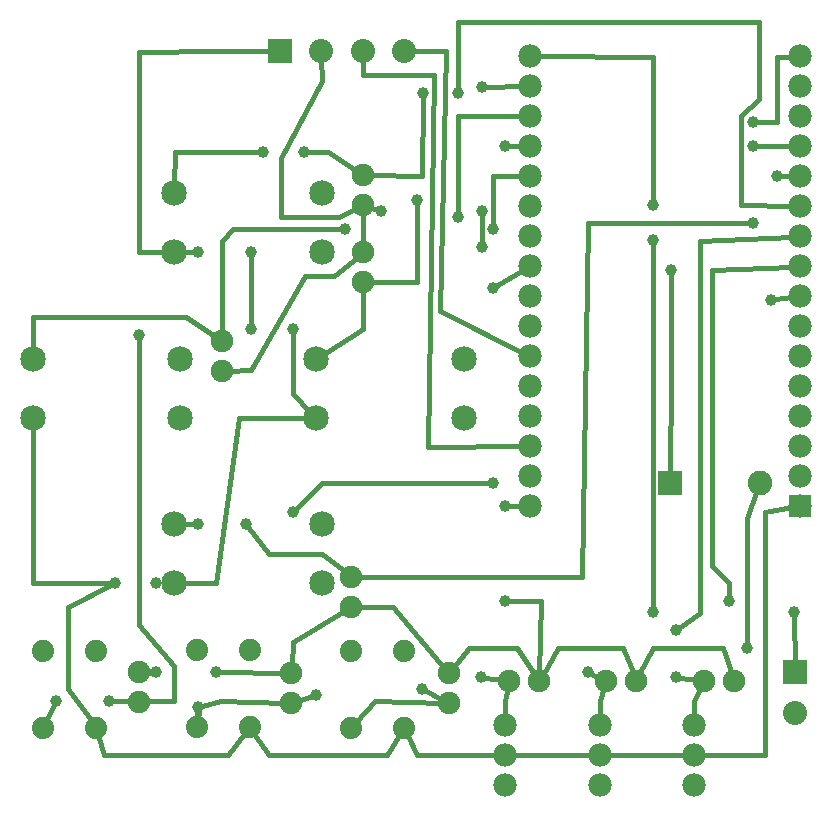
<source format=gbl>
G04 MADE WITH FRITZING*
G04 WWW.FRITZING.ORG*
G04 DOUBLE SIDED*
G04 HOLES PLATED*
G04 CONTOUR ON CENTER OF CONTOUR VECTOR*
%ASAXBY*%
%FSLAX23Y23*%
%MOIN*%
%OFA0B0*%
%SFA1.0B1.0*%
%ADD10C,0.080000*%
%ADD11C,0.078000*%
%ADD12C,0.039370*%
%ADD13C,0.082000*%
%ADD14C,0.075000*%
%ADD15C,0.085000*%
%ADD16C,0.074000*%
%ADD17R,0.080000X0.080000*%
%ADD18R,0.078000X0.078000*%
%ADD19R,0.082000X0.082000*%
%ADD20C,0.016000*%
%ADD21C,0.024000*%
%LNCOPPER0*%
G90*
G70*
G54D10*
X2632Y513D03*
X2632Y375D03*
G54D11*
X2649Y1065D03*
X1750Y1064D03*
X2649Y1165D03*
X1750Y1164D03*
X2650Y1264D03*
X1750Y1264D03*
X2650Y1364D03*
X1750Y1364D03*
X2650Y1464D03*
X1750Y1464D03*
X2650Y1564D03*
X1750Y1564D03*
X2650Y1664D03*
X1750Y1664D03*
X2650Y1764D03*
X1750Y1764D03*
X2650Y1864D03*
X1750Y1864D03*
X2650Y1964D03*
X1750Y1964D03*
X2650Y2064D03*
X1750Y2064D03*
X2650Y2164D03*
X1750Y2164D03*
X2650Y2264D03*
X1750Y2264D03*
X2650Y2364D03*
X2650Y2464D03*
X2650Y2564D03*
X1750Y2364D03*
X1750Y2464D03*
X1750Y2564D03*
X1667Y336D03*
X1667Y236D03*
X1667Y136D03*
X1982Y336D03*
X1982Y236D03*
X1982Y136D03*
X2297Y336D03*
X2297Y236D03*
X2297Y136D03*
G54D12*
X860Y2246D03*
X998Y2246D03*
X1135Y1989D03*
X1627Y1989D03*
X1510Y2029D03*
X1253Y2049D03*
X1392Y2442D03*
X1510Y2442D03*
X1372Y2087D03*
X2572Y2167D03*
X1589Y2463D03*
X1589Y2048D03*
X1589Y1930D03*
X446Y1635D03*
X367Y808D03*
X505Y808D03*
X348Y415D03*
X170Y415D03*
X821Y1911D03*
X643Y1911D03*
X821Y1656D03*
X959Y1656D03*
X643Y1005D03*
X802Y1005D03*
X643Y394D03*
X505Y513D03*
X702Y513D03*
X1667Y2265D03*
X1391Y454D03*
X2494Y2010D03*
X2494Y2265D03*
X1667Y1064D03*
X1667Y749D03*
X2238Y651D03*
X2238Y494D03*
X1588Y494D03*
X2554Y1753D03*
X2415Y749D03*
X1942Y513D03*
X2159Y711D03*
X2159Y2069D03*
X2159Y1951D03*
X2494Y2344D03*
X2219Y1851D03*
X2473Y591D03*
G54D13*
X2218Y1143D03*
X2516Y1143D03*
X2218Y1143D03*
X2516Y1143D03*
G54D12*
X2631Y711D03*
X1627Y1792D03*
X1627Y1142D03*
X959Y1046D03*
X1038Y435D03*
G54D10*
X916Y2583D03*
X1054Y2583D03*
X1192Y2583D03*
X1330Y2583D03*
G54D14*
X2105Y483D03*
X2005Y483D03*
X1195Y2068D03*
X1195Y2168D03*
X1195Y1911D03*
X1195Y1811D03*
X1155Y730D03*
X1155Y830D03*
X722Y1517D03*
X722Y1617D03*
X1480Y508D03*
X1480Y408D03*
X955Y508D03*
X955Y408D03*
X447Y513D03*
X447Y413D03*
X1780Y483D03*
X1680Y483D03*
X2430Y483D03*
X2330Y483D03*
G54D15*
X1057Y1005D03*
X1057Y809D03*
X565Y809D03*
X565Y1005D03*
X1057Y1005D03*
X1057Y809D03*
X565Y809D03*
X565Y1005D03*
X1057Y1005D03*
X1057Y809D03*
X565Y809D03*
X565Y1005D03*
X1529Y1557D03*
X1529Y1360D03*
X1037Y1360D03*
X1037Y1557D03*
X1529Y1557D03*
X1529Y1360D03*
X1037Y1360D03*
X1037Y1557D03*
X1529Y1557D03*
X1529Y1360D03*
X1037Y1360D03*
X1037Y1557D03*
X584Y1557D03*
X584Y1360D03*
X92Y1360D03*
X92Y1557D03*
X584Y1557D03*
X584Y1360D03*
X92Y1360D03*
X92Y1557D03*
X584Y1557D03*
X584Y1360D03*
X92Y1360D03*
X92Y1557D03*
X1057Y2108D03*
X1057Y1911D03*
X565Y1911D03*
X565Y2108D03*
X1057Y2108D03*
X1057Y1911D03*
X565Y1911D03*
X565Y2108D03*
X1057Y2108D03*
X1057Y1911D03*
X565Y1911D03*
X565Y2108D03*
G54D16*
X305Y327D03*
X305Y583D03*
X127Y327D03*
X127Y583D03*
X305Y327D03*
X305Y583D03*
X127Y327D03*
X127Y583D03*
X305Y327D03*
X305Y583D03*
X127Y327D03*
X127Y583D03*
X817Y328D03*
X817Y584D03*
X639Y328D03*
X639Y584D03*
X817Y328D03*
X817Y584D03*
X639Y328D03*
X639Y584D03*
X817Y328D03*
X817Y584D03*
X639Y328D03*
X639Y584D03*
X1330Y327D03*
X1330Y583D03*
X1152Y327D03*
X1152Y583D03*
X1330Y327D03*
X1330Y583D03*
X1152Y327D03*
X1152Y583D03*
X1330Y327D03*
X1330Y583D03*
X1152Y327D03*
X1152Y583D03*
G54D17*
X2632Y513D03*
G54D18*
X2649Y1065D03*
G54D19*
X2217Y1143D03*
X2217Y1143D03*
G54D17*
X916Y2583D03*
G54D20*
X448Y1912D02*
X536Y1911D01*
D02*
X448Y2580D02*
X448Y1912D01*
D02*
X711Y2583D02*
X448Y2580D01*
D02*
X891Y2583D02*
X711Y2583D01*
D02*
X1115Y2029D02*
X1174Y2058D01*
D02*
X919Y2029D02*
X1115Y2029D01*
D02*
X919Y2227D02*
X919Y2029D01*
D02*
X1057Y2481D02*
X919Y2227D01*
D02*
X1055Y2558D02*
X1057Y2481D01*
D02*
X1195Y1989D02*
X1195Y2045D01*
D02*
X1195Y1934D02*
X1195Y1989D01*
D02*
X1011Y2246D02*
X1076Y2246D01*
D02*
X1076Y2246D02*
X1175Y2181D01*
D02*
X566Y2246D02*
X847Y2246D01*
D02*
X565Y2137D02*
X566Y2246D01*
D02*
X93Y1695D02*
X92Y1586D01*
D02*
X604Y1695D02*
X93Y1695D01*
D02*
X703Y1630D02*
X604Y1695D01*
D02*
X722Y1950D02*
X722Y1640D01*
D02*
X1121Y1989D02*
X761Y1989D01*
D02*
X1628Y2166D02*
X1627Y2003D01*
D02*
X761Y1989D02*
X722Y1950D01*
D02*
X1725Y2165D02*
X1628Y2166D01*
D02*
X1450Y1714D02*
X1728Y1575D01*
D02*
X1470Y2581D02*
X1450Y1714D01*
D02*
X1355Y2583D02*
X1470Y2581D01*
D02*
X1411Y1261D02*
X1725Y1264D01*
D02*
X1431Y2501D02*
X1411Y1261D01*
D02*
X1194Y2501D02*
X1431Y2501D01*
D02*
X1193Y2558D02*
X1194Y2501D01*
D02*
X1509Y2364D02*
X1725Y2364D01*
D02*
X1510Y2042D02*
X1509Y2364D01*
D02*
X1217Y2061D02*
X1241Y2053D01*
D02*
X1391Y2167D02*
X1218Y2168D01*
D02*
X2513Y2423D02*
X2514Y2679D01*
D02*
X2454Y2364D02*
X2513Y2423D01*
D02*
X2454Y2068D02*
X2454Y2364D01*
D02*
X2514Y2679D02*
X1510Y2679D01*
D02*
X1510Y2679D02*
X1510Y2455D01*
D02*
X1392Y2429D02*
X1391Y2167D01*
D02*
X2625Y2065D02*
X2454Y2068D01*
D02*
X2586Y2166D02*
X2625Y2165D01*
D02*
X1372Y1812D02*
X1372Y2074D01*
D02*
X1254Y1812D02*
X1372Y1812D01*
D02*
X1218Y1811D02*
X1254Y1812D01*
D02*
X1194Y1655D02*
X1195Y1788D01*
D02*
X1062Y1572D02*
X1194Y1655D01*
D02*
X1096Y1832D02*
X1177Y1896D01*
D02*
X999Y1832D02*
X1096Y1832D01*
D02*
X821Y1518D02*
X999Y1832D01*
D02*
X745Y1517D02*
X821Y1518D01*
D02*
X1602Y2463D02*
X1725Y2464D01*
D02*
X446Y670D02*
X446Y1621D01*
D02*
X564Y532D02*
X446Y670D01*
D02*
X564Y415D02*
X564Y532D01*
D02*
X1589Y1944D02*
X1589Y2035D01*
D02*
X470Y414D02*
X564Y415D01*
D02*
X92Y808D02*
X354Y808D01*
D02*
X92Y1331D02*
X92Y808D01*
D02*
X210Y729D02*
X355Y802D01*
D02*
X210Y454D02*
X210Y729D01*
D02*
X290Y348D02*
X210Y454D01*
D02*
X362Y415D02*
X424Y414D01*
D02*
X138Y350D02*
X164Y403D01*
D02*
X821Y1897D02*
X821Y1669D01*
D02*
X594Y1911D02*
X630Y1911D01*
D02*
X959Y1642D02*
X959Y1438D01*
D02*
X959Y1438D02*
X1016Y1380D01*
D02*
X781Y1359D02*
X1008Y1360D01*
D02*
X702Y808D02*
X781Y1359D01*
D02*
X594Y808D02*
X702Y808D01*
D02*
X880Y907D02*
X1056Y907D01*
D02*
X1056Y907D02*
X1137Y844D01*
D02*
X810Y995D02*
X880Y907D01*
D02*
X594Y1005D02*
X630Y1005D01*
G54D21*
D02*
X642Y376D02*
X641Y359D01*
D02*
X475Y513D02*
X486Y513D01*
G54D20*
D02*
X329Y237D02*
X311Y303D01*
D02*
X742Y237D02*
X329Y237D01*
D02*
X801Y308D02*
X742Y237D01*
D02*
X880Y237D02*
X831Y307D01*
D02*
X1273Y237D02*
X880Y237D01*
D02*
X1316Y306D02*
X1273Y237D01*
D02*
X1372Y237D02*
X1341Y304D01*
D02*
X1643Y236D02*
X1372Y237D01*
D02*
X1864Y237D02*
X1692Y236D01*
D02*
X1957Y236D02*
X1864Y237D01*
D02*
X2159Y237D02*
X2007Y236D01*
D02*
X2272Y236D02*
X2159Y237D01*
D02*
X1234Y415D02*
X1169Y346D01*
D02*
X1457Y409D02*
X1234Y415D01*
D02*
X721Y415D02*
X656Y398D01*
D02*
X932Y409D02*
X721Y415D01*
D02*
X959Y611D02*
X956Y531D01*
D02*
X1136Y718D02*
X959Y611D01*
D02*
X716Y513D02*
X932Y509D01*
D02*
X1667Y415D02*
X1676Y461D01*
D02*
X1667Y361D02*
X1667Y415D01*
D02*
X1983Y415D02*
X1998Y461D01*
D02*
X1982Y361D02*
X1983Y415D01*
D02*
X2297Y415D02*
X2320Y463D01*
D02*
X2297Y361D02*
X2297Y415D01*
D02*
X2532Y1045D02*
X2625Y1061D01*
D02*
X2532Y237D02*
X2532Y1045D01*
D02*
X2322Y236D02*
X2532Y237D01*
D02*
X2159Y592D02*
X2115Y504D01*
D02*
X2395Y592D02*
X2159Y592D01*
D02*
X2423Y505D02*
X2395Y592D01*
D02*
X1845Y592D02*
X1792Y503D01*
D02*
X2061Y592D02*
X1845Y592D01*
D02*
X2096Y505D02*
X2061Y592D01*
D02*
X1548Y592D02*
X1495Y526D01*
D02*
X1707Y592D02*
X1548Y592D01*
D02*
X1767Y502D02*
X1707Y592D01*
D02*
X1294Y729D02*
X1178Y730D01*
D02*
X1465Y526D02*
X1294Y729D01*
D02*
X1681Y2265D02*
X1725Y2264D01*
D02*
X1459Y419D02*
X1403Y448D01*
D02*
X1924Y829D02*
X1943Y2010D01*
D02*
X1943Y2010D02*
X2481Y2010D01*
D02*
X2507Y2265D02*
X2573Y2265D01*
D02*
X2573Y2265D02*
X2625Y2265D01*
D02*
X1648Y829D02*
X1924Y829D01*
D02*
X1178Y830D02*
X1648Y829D01*
D02*
X1786Y749D02*
X1780Y506D01*
D02*
X1681Y749D02*
X1786Y749D01*
D02*
X1725Y1064D02*
X1680Y1064D01*
D02*
X2317Y1950D02*
X2625Y1963D01*
D02*
X2248Y659D02*
X2317Y710D01*
D02*
X2317Y710D02*
X2317Y1950D01*
D02*
X2307Y486D02*
X2251Y492D01*
D02*
X2567Y1754D02*
X2625Y1761D01*
D02*
X1657Y486D02*
X1601Y492D01*
D02*
X2357Y1851D02*
X2625Y1863D01*
D02*
X2415Y763D02*
X2415Y808D01*
D02*
X2415Y808D02*
X2357Y867D01*
D02*
X2357Y867D02*
X2357Y1851D01*
D02*
X1984Y493D02*
X1954Y507D01*
D02*
X2159Y1938D02*
X2159Y724D01*
D02*
X2631Y698D02*
X2632Y539D01*
D02*
X2159Y2561D02*
X2159Y2083D01*
D02*
X1774Y2564D02*
X2159Y2561D01*
D02*
X2573Y2344D02*
X2507Y2344D01*
D02*
X2573Y2561D02*
X2573Y2344D01*
D02*
X2625Y2563D02*
X2573Y2561D01*
D02*
X2219Y1498D02*
X2219Y1838D01*
D02*
X2218Y1170D02*
X2219Y1498D01*
D02*
X2473Y1026D02*
X2473Y605D01*
D02*
X2507Y1118D02*
X2473Y1026D01*
D02*
X1058Y1142D02*
X969Y1055D01*
D02*
X1025Y431D02*
X977Y415D01*
D02*
X1613Y1142D02*
X1058Y1142D01*
D02*
X1728Y1852D02*
X1638Y1799D01*
G04 End of Copper0*
M02*
</source>
